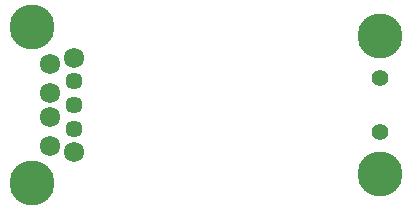
<source format=gbr>
G04 #@! TF.GenerationSoftware,KiCad,Pcbnew,(5.0.0-rc2-110-g9edfd25)*
G04 #@! TF.CreationDate,2018-06-15T17:47:30-07:00*
G04 #@! TF.ProjectId,USB-Power-Cleaner,5553422D506F7765722D436C65616E65,rev?*
G04 #@! TF.SameCoordinates,Original*
G04 #@! TF.FileFunction,Soldermask,Bot*
G04 #@! TF.FilePolarity,Negative*
%FSLAX46Y46*%
G04 Gerber Fmt 4.6, Leading zero omitted, Abs format (unit mm)*
G04 Created by KiCad (PCBNEW (5.0.0-rc2-110-g9edfd25)) date Friday, June 15, 2018 at 05:47:30 PM*
%MOMM*%
%LPD*%
G01*
G04 APERTURE LIST*
%ADD10C,1.450000*%
%ADD11C,1.724000*%
%ADD12C,3.800000*%
%ADD13C,1.400000*%
G04 APERTURE END LIST*
D10*
G04 #@! TO.C,J1*
X172458000Y-87630000D03*
X172458000Y-85630000D03*
D11*
X172458000Y-83630000D03*
D10*
X172458000Y-89630000D03*
D11*
X172458000Y-91630000D03*
X170458000Y-84130000D03*
X170458000Y-86630000D03*
X170458000Y-88630000D03*
X170458000Y-91130000D03*
D12*
X168958000Y-94200000D03*
X168958000Y-81060000D03*
G04 #@! TD*
G04 #@! TO.C,J2*
X198420000Y-81780000D03*
X198420000Y-93480000D03*
D13*
X198420000Y-85380000D03*
X198420000Y-89880000D03*
G04 #@! TD*
M02*

</source>
